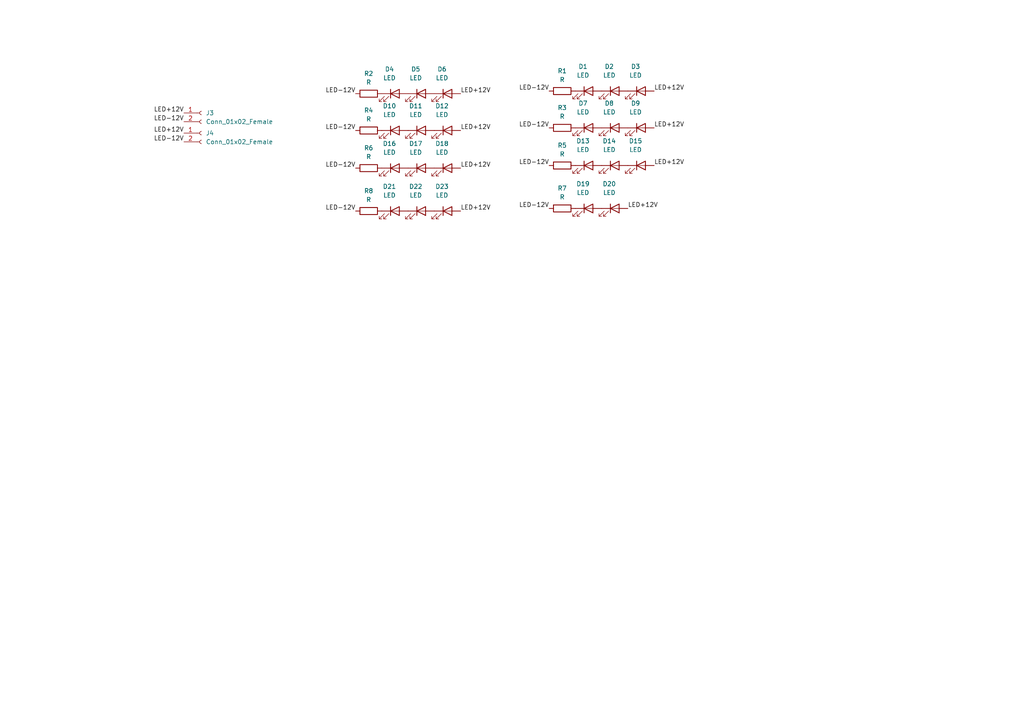
<source format=kicad_sch>
(kicad_sch (version 20211123) (generator eeschema)
  (paper "A4")
  (lib_symbols
    (symbol "Connector:Conn_01x02_Female" (pin_names (offset 1.016) hide)
      (property "Reference" "J" (at 0 2.54 0))
      (property "Value" "Conn_01x02_Female" (at 0 -5.08 0))
      (symbol "Conn_01x02_Female_1_1"
        (arc (start 0 -2.032) (mid -0.508 -2.54) (end 0 -3.048) (stroke (width 0.1524)))
        (polyline (pts (xy -1.27 -2.54) (xy -0.508 -2.54)) (stroke (width 0.1524)))
        (polyline (pts (xy -1.27 0) (xy -0.508 0)) (stroke (width 0.1524)))
        (arc (start 0 0.508) (mid -0.508 0) (end 0 -0.508) (stroke (width 0.1524)))
        (pin passive line (at -5.08 0 0) (length 3.81) (name "Pin_1") (number "1"))
        (pin passive line (at -5.08 -2.54 0) (length 3.81) (name "Pin_2") (number "2"))
      )
    )
    (symbol "Device:LED" (pin_numbers hide) (pin_names (offset 1.016) hide)
      (property "Reference" "D" (at 0 2.54 0))
      (property "Value" "LED" (at 0 -2.54 0))
      (symbol "LED_0_1"
        (polyline (pts (xy -1.27 -1.27) (xy -1.27 1.27)) (stroke (width 0.254)))
        (polyline (pts (xy -1.27 0) (xy 1.27 0)))
        (polyline (pts (xy 1.27 -1.27) (xy 1.27 1.27) (xy -1.27 0) (xy 1.27 -1.27)) (stroke (width 0.254)))
        (polyline (pts (xy -3.048 -0.762) (xy -4.572 -2.286) (xy -3.81 -2.286) (xy -4.572 -2.286) (xy -4.572 -1.524)))
        (polyline (pts (xy -1.778 -0.762) (xy -3.302 -2.286) (xy -2.54 -2.286) (xy -3.302 -2.286) (xy -3.302 -1.524)))
      )
      (symbol "LED_1_1"
        (pin passive line (at -3.81 0 0) (length 2.54) (name "K") (number "1"))
        (pin passive line (at 3.81 0 180) (length 2.54) (name "A") (number "2"))
      )
    )
    (symbol "Device:R" (pin_numbers hide) (pin_names (offset 0))
      (property "Reference" "R" (at 2.032 0 90))
      (property "Value" "R" (at 0 0 90))
      (symbol "R_0_1"
        (rectangle (start -1.016 -2.54) (end 1.016 2.54) (stroke (width 0.254)))
      )
      (symbol "R_1_1"
        (pin passive line (at 0 3.81 270) (length 1.27) (name "~") (number "1"))
        (pin passive line (at 0 -3.81 90) (length 1.27) (name "~") (number "2"))
      )
    )
  )
  (label "LED+12V" (at 189.738 26.416 0))
  (label "LED-12V" (at 103.124 27.178 180))
  (label "LED-12V" (at 159.258 26.416 180))
  (label "LED+12V" (at 53.34 38.608 180))
  (label "LED+12V" (at 189.738 48.006 0))
  (label "LED+12V" (at 133.604 37.846 0))
  (label "LED-12V" (at 103.124 61.214 180))
  (label "LED+12V" (at 53.34 32.766 180))
  (label "LED-12V" (at 53.34 35.306 180))
  (label "LED+12V" (at 189.738 37.084 0))
  (label "LED-12V" (at 159.258 48.006 180))
  (label "LED+12V" (at 133.604 48.768 0))
  (label "LED+12V" (at 133.604 61.214 0))
  (label "LED-12V" (at 53.34 41.148 180))
  (label "LED+12V" (at 182.118 60.452 0))
  (label "LED+12V" (at 133.604 27.178 0))
  (label "LED-12V" (at 103.124 37.846 180))
  (label "LED-12V" (at 103.124 48.768 180))
  (label "LED-12V" (at 159.258 37.084 180))
  (label "LED-12V" (at 159.258 60.452 180))
  (symbol (lib_id "Device:R") (at 163.068 60.452 90) (unit 1)
    (property "Reference" "R7" (at 163.068 54.61 90))
    (property "Value" "R" (at 163.068 57.15 90))
    (property "Footprint" "Resistor_THT:R_Axial_DIN0204_L3.6mm_D1.6mm_P2.54mm_Vertical" (effects hide))
  )
  (symbol (lib_id "Connector:Conn_01x02_Female") (at 58.42 32.766 0) (unit 1)
    (property "Reference" "J3" (at 59.69 32.7659 0) (effects (justify left)))
    (property "Value" "Conn_01x02_Female" (at 59.69 35.3059 0) (effects (justify left)))
    (property "Footprint" "Connector_PinHeader_2.54mm:PinHeader_1x02_P2.54mm_Vertical" (effects hide))
  )
  (symbol (lib_id "Device:R") (at 106.934 48.768 90) (unit 1)
    (property "Reference" "R6" (at 106.934 42.926 90))
    (property "Value" "R" (at 106.934 45.466 90))
    (property "Footprint" "Resistor_THT:R_Axial_DIN0204_L3.6mm_D1.6mm_P2.54mm_Vertical" (effects hide))
  )
  (symbol (lib_id "Device:LED") (at 114.554 61.214 0) (unit 1)
    (property "Reference" "D21" (at 112.9665 54.102 0))
    (property "Value" "LED" (at 112.9665 56.642 0))
    (property "Footprint" "LED_THT:LED_D3.0mm" (effects hide))
  )
  (symbol (lib_id "Device:LED") (at 114.554 37.846 0) (unit 1)
    (property "Reference" "D10" (at 112.9665 30.734 0))
    (property "Value" "LED" (at 112.9665 33.274 0))
    (property "Footprint" "LED_THT:LED_D3.0mm" (effects hide))
  )
  (symbol (lib_id "Device:LED") (at 129.794 48.768 0) (unit 1)
    (property "Reference" "D18" (at 128.2065 41.656 0))
    (property "Value" "LED" (at 128.2065 44.196 0))
    (property "Footprint" "LED_THT:LED_D3.0mm" (effects hide))
  )
  (symbol (lib_id "Device:LED") (at 170.688 37.084 0) (unit 1)
    (property "Reference" "D7" (at 169.1005 29.972 0))
    (property "Value" "LED" (at 169.1005 32.512 0))
    (property "Footprint" "LED_THT:LED_D3.0mm" (effects hide))
  )
  (symbol (lib_id "Device:LED") (at 185.928 26.416 0) (unit 1)
    (property "Reference" "D3" (at 184.3405 19.304 0))
    (property "Value" "LED" (at 184.3405 21.844 0))
    (property "Footprint" "LED_THT:LED_D3.0mm" (effects hide))
  )
  (symbol (lib_id "Device:LED") (at 170.688 26.416 0) (unit 1)
    (property "Reference" "D1" (at 169.1005 19.304 0))
    (property "Value" "LED" (at 169.1005 21.844 0))
    (property "Footprint" "LED_THT:LED_D3.0mm" (effects hide))
  )
  (symbol (lib_id "Device:LED") (at 185.928 48.006 0) (unit 1)
    (property "Reference" "D15" (at 184.3405 40.894 0))
    (property "Value" "LED" (at 184.3405 43.434 0))
    (property "Footprint" "LED_THT:LED_D3.0mm" (effects hide))
  )
  (symbol (lib_id "Device:LED") (at 129.794 37.846 0) (unit 1)
    (property "Reference" "D12" (at 128.2065 30.734 0))
    (property "Value" "LED" (at 128.2065 33.274 0))
    (property "Footprint" "LED_THT:LED_D3.0mm" (effects hide))
  )
  (symbol (lib_id "Device:LED") (at 185.928 37.084 0) (unit 1)
    (property "Reference" "D9" (at 184.3405 29.972 0))
    (property "Value" "LED" (at 184.3405 32.512 0))
    (property "Footprint" "LED_THT:LED_D3.0mm" (effects hide))
  )
  (symbol (lib_id "Device:LED") (at 170.688 48.006 0) (unit 1)
    (property "Reference" "D13" (at 169.1005 40.894 0))
    (property "Value" "LED" (at 169.1005 43.434 0))
    (property "Footprint" "LED_THT:LED_D3.0mm" (effects hide))
  )
  (symbol (lib_id "Device:LED") (at 178.308 37.084 0) (unit 1)
    (property "Reference" "D8" (at 176.7205 29.972 0))
    (property "Value" "LED" (at 176.7205 32.512 0))
    (property "Footprint" "LED_THT:LED_D3.0mm" (effects hide))
  )
  (symbol (lib_id "Device:LED") (at 122.174 61.214 0) (unit 1)
    (property "Reference" "D22" (at 120.5865 54.102 0))
    (property "Value" "LED" (at 120.5865 56.642 0))
    (property "Footprint" "LED_THT:LED_D3.0mm" (effects hide))
  )
  (symbol (lib_id "Device:R") (at 163.068 48.006 90) (unit 1)
    (property "Reference" "R5" (at 163.068 42.164 90))
    (property "Value" "R" (at 163.068 44.704 90))
    (property "Footprint" "Resistor_THT:R_Axial_DIN0204_L3.6mm_D1.6mm_P2.54mm_Vertical" (effects hide))
  )
  (symbol (lib_id "Device:LED") (at 129.794 61.214 0) (unit 1)
    (property "Reference" "D23" (at 128.2065 54.102 0))
    (property "Value" "LED" (at 128.2065 56.642 0))
    (property "Footprint" "LED_THT:LED_D3.0mm" (effects hide))
  )
  (symbol (lib_id "Device:LED") (at 122.174 37.846 0) (unit 1)
    (property "Reference" "D11" (at 120.5865 30.734 0))
    (property "Value" "LED" (at 120.5865 33.274 0))
    (property "Footprint" "LED_THT:LED_D3.0mm" (effects hide))
  )
  (symbol (lib_id "Device:LED") (at 178.308 48.006 0) (unit 1)
    (property "Reference" "D14" (at 176.7205 40.894 0))
    (property "Value" "LED" (at 176.7205 43.434 0))
    (property "Footprint" "LED_THT:LED_D3.0mm" (effects hide))
  )
  (symbol (lib_id "Device:R") (at 106.934 27.178 90) (unit 1)
    (property "Reference" "R2" (at 106.934 21.336 90))
    (property "Value" "R" (at 106.934 23.876 90))
    (property "Footprint" "Resistor_THT:R_Axial_DIN0204_L3.6mm_D1.6mm_P2.54mm_Vertical" (effects hide))
  )
  (symbol (lib_id "Device:LED") (at 114.554 48.768 0) (unit 1)
    (property "Reference" "D16" (at 112.9665 41.656 0))
    (property "Value" "LED" (at 112.9665 44.196 0))
    (property "Footprint" "LED_THT:LED_D3.0mm" (effects hide))
  )
  (symbol (lib_id "Device:LED") (at 129.794 27.178 0) (unit 1)
    (property "Reference" "D6" (at 128.2065 20.066 0))
    (property "Value" "LED" (at 128.2065 22.606 0))
    (property "Footprint" "LED_THT:LED_D3.0mm" (effects hide))
  )
  (symbol (lib_id "Device:R") (at 106.934 61.214 90) (unit 1)
    (property "Reference" "R8" (at 106.934 55.372 90))
    (property "Value" "R" (at 106.934 57.912 90))
    (property "Footprint" "Resistor_THT:R_Axial_DIN0204_L3.6mm_D1.6mm_P2.54mm_Vertical" (effects hide))
  )
  (symbol (lib_id "Device:LED") (at 178.308 26.416 0) (unit 1)
    (property "Reference" "D2" (at 176.7205 19.304 0))
    (property "Value" "LED" (at 176.7205 21.844 0))
    (property "Footprint" "LED_THT:LED_D3.0mm" (effects hide))
  )
  (symbol (lib_id "Device:LED") (at 122.174 48.768 0) (unit 1)
    (property "Reference" "D17" (at 120.5865 41.656 0))
    (property "Value" "LED" (at 120.5865 44.196 0))
    (property "Footprint" "LED_THT:LED_D3.0mm" (effects hide))
  )
  (symbol (lib_id "Connector:Conn_01x02_Female") (at 58.42 38.608 0) (unit 1)
    (property "Reference" "J4" (at 59.69 38.6079 0) (effects (justify left)))
    (property "Value" "Conn_01x02_Female" (at 59.69 41.1479 0) (effects (justify left)))
    (property "Footprint" "Connector_PinHeader_2.54mm:PinHeader_1x02_P2.54mm_Vertical" (effects hide))
  )
  (symbol (lib_id "Device:LED") (at 114.554 27.178 0) (unit 1)
    (property "Reference" "D4" (at 112.9665 20.066 0))
    (property "Value" "LED" (at 112.9665 22.606 0))
    (property "Footprint" "LED_THT:LED_D3.0mm" (effects hide))
  )
  (symbol (lib_id "Device:R") (at 163.068 37.084 90) (unit 1)
    (property "Reference" "R3" (at 163.068 31.242 90))
    (property "Value" "R" (at 163.068 33.782 90))
    (property "Footprint" "Resistor_THT:R_Axial_DIN0204_L3.6mm_D1.6mm_P2.54mm_Vertical" (effects hide))
  )
  (symbol (lib_id "Device:LED") (at 122.174 27.178 0) (unit 1)
    (property "Reference" "D5" (at 120.5865 20.066 0))
    (property "Value" "LED" (at 120.5865 22.606 0))
    (property "Footprint" "LED_THT:LED_D3.0mm" (effects hide))
  )
  (symbol (lib_id "Device:LED") (at 170.688 60.452 0) (unit 1)
    (property "Reference" "D19" (at 169.1005 53.34 0))
    (property "Value" "LED" (at 169.1005 55.88 0))
    (property "Footprint" "LED_THT:LED_D3.0mm" (effects hide))
  )
  (symbol (lib_id "Device:R") (at 106.934 37.846 90) (unit 1)
    (property "Reference" "R4" (at 106.934 32.004 90))
    (property "Value" "R" (at 106.934 34.544 90))
    (property "Footprint" "Resistor_THT:R_Axial_DIN0204_L3.6mm_D1.6mm_P2.54mm_Vertical" (effects hide))
  )
  (symbol (lib_id "Device:R") (at 163.068 26.416 90) (unit 1)
    (property "Reference" "R1" (at 163.068 20.574 90))
    (property "Value" "R" (at 163.068 23.114 90))
    (property "Footprint" "Resistor_THT:R_Axial_DIN0204_L3.6mm_D1.6mm_P2.54mm_Vertical" (effects hide))
  )
  (symbol (lib_id "Device:LED") (at 178.308 60.452 0) (unit 1)
    (property "Reference" "D20" (at 176.7205 53.34 0))
    (property "Value" "LED" (at 176.7205 55.88 0))
    (property "Footprint" "LED_THT:LED_D3.0mm" (effects hide))
  )
)
</source>
